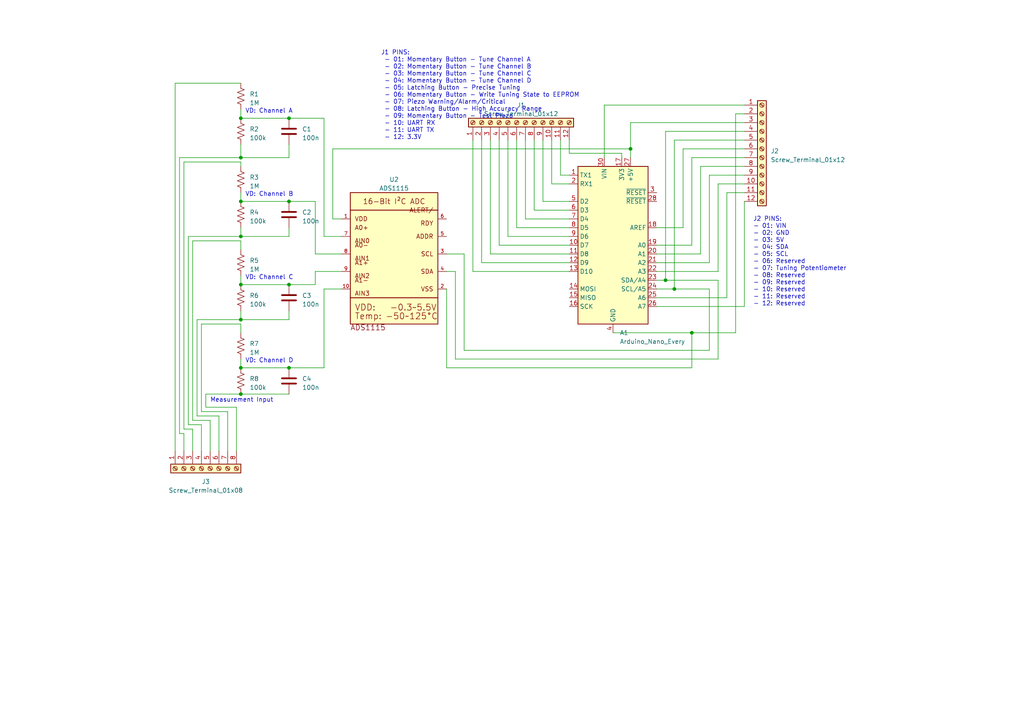
<source format=kicad_sch>
(kicad_sch (version 20230121) (generator eeschema)
  (paper "A4")
  (lib_symbols
    (symbol "ADS1115_1" (pin_names (offset 1.016))
      (property "Reference" "U" (at -12.7024 19.6887 0))
      (property "Value" "ADS1115" (at 0 0 0))
      (symbol "ADS1115_1_0_0"
        (rectangle (start -12.7 -19.05) (end 12.7 19.05) (stroke (width 0.254)) (fill (type background)))
        (polyline (pts (xy -12.7 13.97) (xy 12.7 13.97)) (stroke (width 0.254)))
        (polyline (pts (xy 12.7 -11.43) (xy -12.7 -11.43)) (stroke (width 0.254)))
        (text "-0.3~5.5V" (at -1.2717 -15.2604 0) (effects (font (size 1.7804 1.7804)) (justify left bottom)))
        (text "-50~125°C" (at -2.5418 -17.7925 0) (effects (font (size 1.7793 1.7793)) (justify left bottom)))
        (text "16-Bit I²C ADC" (at 0 16.513 0) (effects (font (size 1.5243 1.5243))))
        (text "A0+" (at -11.4486 8.9045 0) (effects (font (size 1.2721 1.2721)) (justify left)))
        (text "A0-" (at -11.4302 3.8101 0) (effects (font (size 1.27 1.27)) (justify left)))
        (text "A1+" (at -11.4373 -1.2708 0) (effects (font (size 1.2708 1.2708)) (justify left)))
        (text "A1-" (at -11.4484 -6.3603 0) (effects (font (size 1.272 1.272)) (justify left)))
        (text "ADDR" (at 11.4447 6.3582 0) (effects (font (size 1.2716 1.2716)) (justify right)))
        (text "ADS1115" (at -12.7079 -20.9681 0) (effects (font (size 1.525 1.525)) (justify left bottom)))
        (text "AIN0" (at -11.4486 5.0924 0) (effects (font (size 1.2721 1.2721)) (justify left)))
        (text "AIN1" (at -11.4302 0 0) (effects (font (size 1.27 1.27)) (justify left)))
        (text "AIN2" (at -11.4373 -5.0816 0) (effects (font (size 1.2708 1.2708)) (justify left)))
        (text "AIN3" (at -11.4484 -10.1723 0) (effects (font (size 1.272 1.272)) (justify left)))
        (text "ALERT/" (at 11.4389 13.9809 0) (effects (font (size 1.271 1.271)) (justify right)))
        (text "RDY" (at 11.4389 10.1699 0) (effects (font (size 1.271 1.271)) (justify right)))
        (text "SCL" (at 11.4523 1.2725 0) (effects (font (size 1.2725 1.2725)) (justify right)))
        (text "SDA" (at 11.4503 -3.8168 0) (effects (font (size 1.2723 1.2723)) (justify right)))
        (text "Temp:" (at -11.4321 -17.7833 0) (effects (font (size 1.7783 1.7783)) (justify left bottom)))
        (text "VDD" (at -11.4468 11.4468 0) (effects (font (size 1.2719 1.2719)) (justify left)))
        (text "VDD:" (at -11.4341 -15.2454 0) (effects (font (size 1.7786 1.7786)) (justify left bottom)))
        (text "VSS" (at 11.4432 -8.9003 0) (effects (font (size 1.2715 1.2715)) (justify right)))
        (pin bidirectional line (at -15.24 11.43 0) (length 2.54) (name "~") (number "1"))
        (pin bidirectional line (at -15.24 -8.89 0) (length 2.54) (name "~") (number "10"))
        (pin bidirectional line (at 15.24 -8.89 180) (length 2.54) (name "~") (number "2"))
        (pin bidirectional line (at 15.24 1.27 180) (length 2.54) (name "~") (number "3"))
        (pin bidirectional line (at 15.24 -3.81 180) (length 2.54) (name "~") (number "4"))
        (pin bidirectional line (at 15.24 6.35 180) (length 2.54) (name "~") (number "5"))
        (pin bidirectional line (at 15.24 11.43 180) (length 2.54) (name "~") (number "6"))
        (pin bidirectional line (at -15.24 6.35 0) (length 2.54) (name "~") (number "7"))
        (pin bidirectional line (at -15.24 1.27 0) (length 2.54) (name "~") (number "8"))
        (pin bidirectional line (at -15.24 -3.81 0) (length 2.54) (name "~") (number "9"))
      )
    )
    (symbol "Connector:Screw_Terminal_01x08" (pin_names (offset 1.016) hide)
      (property "Reference" "J" (at 0 10.16 0))
      (property "Value" "Screw_Terminal_01x08" (at 0 -12.7 0))
      (symbol "Screw_Terminal_01x08_1_1"
        (rectangle (start -1.27 8.89) (end 1.27 -11.43) (stroke (width 0.254)) (fill (type background)))
        (circle (center 0 -10.16) (radius 0.635) (stroke (width 0.1524)))
        (circle (center 0 -7.62) (radius 0.635) (stroke (width 0.1524)))
        (circle (center 0 -5.08) (radius 0.635) (stroke (width 0.1524)))
        (circle (center 0 -2.54) (radius 0.635) (stroke (width 0.1524)))
        (polyline (pts (xy -0.5334 -9.8298) (xy 0.3302 -10.668)) (stroke (width 0.1524)))
        (polyline (pts (xy -0.5334 -7.2898) (xy 0.3302 -8.128)) (stroke (width 0.1524)))
        (polyline (pts (xy -0.5334 -4.7498) (xy 0.3302 -5.588)) (stroke (width 0.1524)))
        (polyline (pts (xy -0.5334 -2.2098) (xy 0.3302 -3.048)) (stroke (width 0.1524)))
        (polyline (pts (xy -0.5334 0.3302) (xy 0.3302 -0.508)) (stroke (width 0.1524)))
        (polyline (pts (xy -0.5334 2.8702) (xy 0.3302 2.032)) (stroke (width 0.1524)))
        (polyline (pts (xy -0.5334 5.4102) (xy 0.3302 4.572)) (stroke (width 0.1524)))
        (polyline (pts (xy -0.5334 7.9502) (xy 0.3302 7.112)) (stroke (width 0.1524)))
        (polyline (pts (xy -0.3556 -9.652) (xy 0.508 -10.4902)) (stroke (width 0.1524)))
        (polyline (pts (xy -0.3556 -7.112) (xy 0.508 -7.9502)) (stroke (width 0.1524)))
        (polyline (pts (xy -0.3556 -4.572) (xy 0.508 -5.4102)) (stroke (width 0.1524)))
        (polyline (pts (xy -0.3556 -2.032) (xy 0.508 -2.8702)) (stroke (width 0.1524)))
        (polyline (pts (xy -0.3556 0.508) (xy 0.508 -0.3302)) (stroke (width 0.1524)))
        (polyline (pts (xy -0.3556 3.048) (xy 0.508 2.2098)) (stroke (width 0.1524)))
        (polyline (pts (xy -0.3556 5.588) (xy 0.508 4.7498)) (stroke (width 0.1524)))
        (polyline (pts (xy -0.3556 8.128) (xy 0.508 7.2898)) (stroke (width 0.1524)))
        (circle (center 0 0) (radius 0.635) (stroke (width 0.1524)))
        (circle (center 0 2.54) (radius 0.635) (stroke (width 0.1524)))
        (circle (center 0 5.08) (radius 0.635) (stroke (width 0.1524)))
        (circle (center 0 7.62) (radius 0.635) (stroke (width 0.1524)))
        (pin passive line (at -5.08 7.62 0) (length 3.81) (name "Pin_1") (number "1"))
        (pin passive line (at -5.08 5.08 0) (length 3.81) (name "Pin_2") (number "2"))
        (pin passive line (at -5.08 2.54 0) (length 3.81) (name "Pin_3") (number "3"))
        (pin passive line (at -5.08 0 0) (length 3.81) (name "Pin_4") (number "4"))
        (pin passive line (at -5.08 -2.54 0) (length 3.81) (name "Pin_5") (number "5"))
        (pin passive line (at -5.08 -5.08 0) (length 3.81) (name "Pin_6") (number "6"))
        (pin passive line (at -5.08 -7.62 0) (length 3.81) (name "Pin_7") (number "7"))
        (pin passive line (at -5.08 -10.16 0) (length 3.81) (name "Pin_8") (number "8"))
      )
    )
    (symbol "Connector:Screw_Terminal_01x12" (pin_names (offset 1.016) hide)
      (property "Reference" "J" (at 0 15.24 0))
      (property "Value" "Screw_Terminal_01x12" (at 0 -17.78 0))
      (symbol "Screw_Terminal_01x12_1_1"
        (rectangle (start -1.27 13.97) (end 1.27 -16.51) (stroke (width 0.254)) (fill (type background)))
        (circle (center 0 -15.24) (radius 0.635) (stroke (width 0.1524)))
        (circle (center 0 -12.7) (radius 0.635) (stroke (width 0.1524)))
        (circle (center 0 -10.16) (radius 0.635) (stroke (width 0.1524)))
        (circle (center 0 -7.62) (radius 0.635) (stroke (width 0.1524)))
        (circle (center 0 -5.08) (radius 0.635) (stroke (width 0.1524)))
        (circle (center 0 -2.54) (radius 0.635) (stroke (width 0.1524)))
        (polyline (pts (xy -0.5334 -14.9098) (xy 0.3302 -15.748)) (stroke (width 0.1524)))
        (polyline (pts (xy -0.5334 -12.3698) (xy 0.3302 -13.208)) (stroke (width 0.1524)))
        (polyline (pts (xy -0.5334 -9.8298) (xy 0.3302 -10.668)) (stroke (width 0.1524)))
        (polyline (pts (xy -0.5334 -7.2898) (xy 0.3302 -8.128)) (stroke (width 0.1524)))
        (polyline (pts (xy -0.5334 -4.7498) (xy 0.3302 -5.588)) (stroke (width 0.1524)))
        (polyline (pts (xy -0.5334 -2.2098) (xy 0.3302 -3.048)) (stroke (width 0.1524)))
        (polyline (pts (xy -0.5334 0.3302) (xy 0.3302 -0.508)) (stroke (width 0.1524)))
        (polyline (pts (xy -0.5334 2.8702) (xy 0.3302 2.032)) (stroke (width 0.1524)))
        (polyline (pts (xy -0.5334 5.4102) (xy 0.3302 4.572)) (stroke (width 0.1524)))
        (polyline (pts (xy -0.5334 7.9502) (xy 0.3302 7.112)) (stroke (width 0.1524)))
        (polyline (pts (xy -0.5334 10.4902) (xy 0.3302 9.652)) (stroke (width 0.1524)))
        (polyline (pts (xy -0.5334 13.0302) (xy 0.3302 12.192)) (stroke (width 0.1524)))
        (polyline (pts (xy -0.3556 -14.732) (xy 0.508 -15.5702)) (stroke (width 0.1524)))
        (polyline (pts (xy -0.3556 -12.192) (xy 0.508 -13.0302)) (stroke (width 0.1524)))
        (polyline (pts (xy -0.3556 -9.652) (xy 0.508 -10.4902)) (stroke (width 0.1524)))
        (polyline (pts (xy -0.3556 -7.112) (xy 0.508 -7.9502)) (stroke (width 0.1524)))
        (polyline (pts (xy -0.3556 -4.572) (xy 0.508 -5.4102)) (stroke (width 0.1524)))
        (polyline (pts (xy -0.3556 -2.032) (xy 0.508 -2.8702)) (stroke (width 0.1524)))
        (polyline (pts (xy -0.3556 0.508) (xy 0.508 -0.3302)) (stroke (width 0.1524)))
        (polyline (pts (xy -0.3556 3.048) (xy 0.508 2.2098)) (stroke (width 0.1524)))
        (polyline (pts (xy -0.3556 5.588) (xy 0.508 4.7498)) (stroke (width 0.1524)))
        (polyline (pts (xy -0.3556 8.128) (xy 0.508 7.2898)) (stroke (width 0.1524)))
        (polyline (pts (xy -0.3556 10.668) (xy 0.508 9.8298)) (stroke (width 0.1524)))
        (polyline (pts (xy -0.3556 13.208) (xy 0.508 12.3698)) (stroke (width 0.1524)))
        (circle (center 0 0) (radius 0.635) (stroke (width 0.1524)))
        (circle (center 0 2.54) (radius 0.635) (stroke (width 0.1524)))
        (circle (center 0 5.08) (radius 0.635) (stroke (width 0.1524)))
        (circle (center 0 7.62) (radius 0.635) (stroke (width 0.1524)))
        (circle (center 0 10.16) (radius 0.635) (stroke (width 0.1524)))
        (circle (center 0 12.7) (radius 0.635) (stroke (width 0.1524)))
        (pin passive line (at -5.08 12.7 0) (length 3.81) (name "Pin_1") (number "1"))
        (pin passive line (at -5.08 -10.16 0) (length 3.81) (name "Pin_10") (number "10"))
        (pin passive line (at -5.08 -12.7 0) (length 3.81) (name "Pin_11") (number "11"))
        (pin passive line (at -5.08 -15.24 0) (length 3.81) (name "Pin_12") (number "12"))
        (pin passive line (at -5.08 10.16 0) (length 3.81) (name "Pin_2") (number "2"))
        (pin passive line (at -5.08 7.62 0) (length 3.81) (name "Pin_3") (number "3"))
        (pin passive line (at -5.08 5.08 0) (length 3.81) (name "Pin_4") (number "4"))
        (pin passive line (at -5.08 2.54 0) (length 3.81) (name "Pin_5") (number "5"))
        (pin passive line (at -5.08 0 0) (length 3.81) (name "Pin_6") (number "6"))
        (pin passive line (at -5.08 -2.54 0) (length 3.81) (name "Pin_7") (number "7"))
        (pin passive line (at -5.08 -5.08 0) (length 3.81) (name "Pin_8") (number "8"))
        (pin passive line (at -5.08 -7.62 0) (length 3.81) (name "Pin_9") (number "9"))
      )
    )
    (symbol "Device:C" (pin_numbers hide) (pin_names (offset 0.254))
      (property "Reference" "C" (at 0.635 2.54 0))
      (property "Value" "C" (at 0.635 -2.54 0))
      (symbol "C_0_1"
        (polyline (pts (xy -2.032 -0.762) (xy 2.032 -0.762)) (stroke (width 0.508)))
        (polyline (pts (xy -2.032 0.762) (xy 2.032 0.762)) (stroke (width 0.508)))
      )
      (symbol "C_1_1"
        (pin passive line (at 0 3.81 270) (length 2.794) (name "~") (number "1"))
        (pin passive line (at 0 -3.81 90) (length 2.794) (name "~") (number "2"))
      )
    )
    (symbol "Device:R_US" (pin_numbers hide) (pin_names (offset 0))
      (property "Reference" "R" (at 2.54 0 90))
      (property "Value" "R_US" (at -2.54 0 90))
      (symbol "R_US_0_1"
        (polyline (pts (xy 0 -2.286) (xy 0 -2.54)))
        (polyline (pts (xy 0 2.286) (xy 0 2.54)))
        (polyline (pts (xy 0 -0.762) (xy 1.016 -1.143) (xy 0 -1.524) (xy -1.016 -1.905) (xy 0 -2.286)))
        (polyline (pts (xy 0 0.762) (xy 1.016 0.381) (xy 0 0) (xy -1.016 -0.381) (xy 0 -0.762)))
        (polyline (pts (xy 0 2.286) (xy 1.016 1.905) (xy 0 1.524) (xy -1.016 1.143) (xy 0 0.762)))
      )
      (symbol "R_US_1_1"
        (pin passive line (at 0 3.81 270) (length 1.27) (name "~") (number "1"))
        (pin passive line (at 0 -3.81 90) (length 1.27) (name "~") (number "2"))
      )
    )
    (symbol "MCU_Module:Arduino_Nano_Every"
      (property "Reference" "A" (at -10.16 23.495 0))
      (property "Value" "Arduino_Nano_Every" (at 5.08 -24.13 0))
      (symbol "Arduino_Nano_Every_0_1"
        (rectangle (start -10.16 22.86) (end 10.16 -22.86) (stroke (width 0.254)) (fill (type background)))
      )
      (symbol "Arduino_Nano_Every_1_1"
        (pin bidirectional line (at -12.7 20.32 0) (length 2.54) (name "TX1") (number "1"))
        (pin bidirectional line (at -12.7 0 0) (length 2.54) (name "D7") (number "10"))
        (pin bidirectional line (at -12.7 -2.54 0) (length 2.54) (name "D8") (number "11"))
        (pin bidirectional line (at -12.7 -5.08 0) (length 2.54) (name "D9") (number "12"))
        (pin bidirectional line (at -12.7 -7.62 0) (length 2.54) (name "D10") (number "13"))
        (pin bidirectional line (at -12.7 -12.7 0) (length 2.54) (name "MOSI") (number "14"))
        (pin bidirectional line (at -12.7 -15.24 0) (length 2.54) (name "MISO") (number "15"))
        (pin bidirectional line (at -12.7 -17.78 0) (length 2.54) (name "SCK") (number "16"))
        (pin power_out line (at 2.54 25.4 270) (length 2.54) (name "3V3") (number "17"))
        (pin input line (at 12.7 5.08 180) (length 2.54) (name "AREF") (number "18"))
        (pin bidirectional line (at 12.7 0 180) (length 2.54) (name "A0") (number "19"))
        (pin bidirectional line (at -12.7 17.78 0) (length 2.54) (name "RX1") (number "2"))
        (pin bidirectional line (at 12.7 -2.54 180) (length 2.54) (name "A1") (number "20"))
        (pin bidirectional line (at 12.7 -5.08 180) (length 2.54) (name "A2") (number "21"))
        (pin bidirectional line (at 12.7 -7.62 180) (length 2.54) (name "A3") (number "22"))
        (pin bidirectional line (at 12.7 -10.16 180) (length 2.54) (name "SDA/A4") (number "23"))
        (pin bidirectional line (at 12.7 -12.7 180) (length 2.54) (name "SCL/A5") (number "24"))
        (pin bidirectional line (at 12.7 -15.24 180) (length 2.54) (name "A6") (number "25"))
        (pin bidirectional line (at 12.7 -17.78 180) (length 2.54) (name "A7") (number "26"))
        (pin power_out line (at 5.08 25.4 270) (length 2.54) (name "+5V") (number "27"))
        (pin input line (at 12.7 12.7 180) (length 2.54) (name "~{RESET}") (number "28"))
        (pin passive line (at 0 -25.4 90) (length 2.54) hide (name "GND") (number "29"))
        (pin input line (at 12.7 15.24 180) (length 2.54) (name "~{RESET}") (number "3"))
        (pin power_in line (at -2.54 25.4 270) (length 2.54) (name "VIN") (number "30"))
        (pin power_in line (at 0 -25.4 90) (length 2.54) (name "GND") (number "4"))
        (pin bidirectional line (at -12.7 12.7 0) (length 2.54) (name "D2") (number "5"))
        (pin bidirectional line (at -12.7 10.16 0) (length 2.54) (name "D3") (number "6"))
        (pin bidirectional line (at -12.7 7.62 0) (length 2.54) (name "D4") (number "7"))
        (pin bidirectional line (at -12.7 5.08 0) (length 2.54) (name "D5") (number "8"))
        (pin bidirectional line (at -12.7 2.54 0) (length 2.54) (name "D6") (number "9"))
      )
    )
  )
  (junction (at 83.82 58.42))
  (junction (at 83.82 82.55))
  (junction (at 200.66 96.52))
  (junction (at 69.85 68.58))
  (junction (at 69.85 45.72))
  (junction (at 69.85 82.55))
  (junction (at 182.88 43.18))
  (junction (at 83.82 106.68))
  (junction (at 69.85 92.71))
  (junction (at 195.58 83.82))
  (junction (at 69.85 114.3))
  (junction (at 83.82 34.29))
  (junction (at 193.04 81.28))
  (junction (at 69.85 106.68))
  (junction (at 69.85 34.29))
  (junction (at 69.85 58.42))
  (wire (pts (xy 215.9 48.26) (xy 203.2 48.26)))
  (wire (pts (xy 139.7 40.64) (xy 139.7 76.2)))
  (wire (pts (xy 203.2 48.26) (xy 203.2 73.66)))
  (wire (pts (xy 58.42 130.81) (xy 58.42 123.19)))
  (wire (pts (xy 177.8 96.52) (xy 200.66 96.52)))
  (wire (pts (xy 215.9 35.56) (xy 182.88 35.56)))
  (wire (pts (xy 69.85 80.01) (xy 69.85 82.55)))
  (wire (pts (xy 58.42 123.19) (xy 54.61 123.19)))
  (wire (pts (xy 144.78 40.64) (xy 144.78 71.12)))
  (wire (pts (xy 69.85 68.58) (xy 69.85 66.04)))
  (wire (pts (xy 157.48 58.42) (xy 165.1 58.42)))
  (wire (pts (xy 213.36 96.52) (xy 213.36 33.02)))
  (wire (pts (xy 200.66 45.72) (xy 200.66 71.12)))
  (wire (pts (xy 53.34 125.73) (xy 52.07 125.73)))
  (wire (pts (xy 195.58 83.82) (xy 205.74 83.82)))
  (wire (pts (xy 157.48 40.64) (xy 157.48 58.42)))
  (wire (pts (xy 160.02 40.64) (xy 160.02 53.34)))
  (wire (pts (xy 60.96 121.92) (xy 55.88 121.92)))
  (wire (pts (xy 66.04 130.81) (xy 66.04 119.38)))
  (wire (pts (xy 69.85 34.29) (xy 83.82 34.29)))
  (wire (pts (xy 69.85 92.71) (xy 69.85 90.17)))
  (wire (pts (xy 91.44 73.66) (xy 99.06 73.66)))
  (wire (pts (xy 53.34 124.46) (xy 53.34 46.99)))
  (wire (pts (xy 147.32 40.64) (xy 147.32 68.58)))
  (wire (pts (xy 193.04 81.28) (xy 208.28 81.28)))
  (wire (pts (xy 149.86 66.04) (xy 165.1 66.04)))
  (wire (pts (xy 91.44 82.55) (xy 91.44 78.74)))
  (wire (pts (xy 83.82 92.71) (xy 83.82 90.17)))
  (wire (pts (xy 69.85 106.68) (xy 83.82 106.68)))
  (wire (pts (xy 55.88 121.92) (xy 55.88 69.85)))
  (wire (pts (xy 132.08 104.14) (xy 132.08 78.74)))
  (wire (pts (xy 50.8 24.13) (xy 69.85 24.13)))
  (wire (pts (xy 190.5 86.36) (xy 210.82 86.36)))
  (wire (pts (xy 52.07 125.73) (xy 52.07 45.72)))
  (wire (pts (xy 175.26 30.48) (xy 175.26 45.72)))
  (wire (pts (xy 215.9 50.8) (xy 205.74 50.8)))
  (wire (pts (xy 55.88 124.46) (xy 53.34 124.46)))
  (wire (pts (xy 69.85 104.14) (xy 69.85 106.68)))
  (wire (pts (xy 198.12 43.18) (xy 198.12 66.04)))
  (wire (pts (xy 165.1 78.74) (xy 137.16 78.74)))
  (wire (pts (xy 165.1 40.64) (xy 165.1 44.45)))
  (wire (pts (xy 63.5 130.81) (xy 63.5 120.65)))
  (wire (pts (xy 55.88 130.81) (xy 55.88 124.46)))
  (wire (pts (xy 195.58 40.64) (xy 195.58 83.82)))
  (wire (pts (xy 69.85 114.3) (xy 83.82 114.3)))
  (wire (pts (xy 54.61 68.58) (xy 69.85 68.58)))
  (wire (pts (xy 215.9 45.72) (xy 200.66 45.72)))
  (wire (pts (xy 132.08 104.14) (xy 208.28 104.14)))
  (wire (pts (xy 205.74 83.82) (xy 205.74 101.6)))
  (wire (pts (xy 215.9 43.18) (xy 198.12 43.18)))
  (wire (pts (xy 190.5 81.28) (xy 193.04 81.28)))
  (wire (pts (xy 215.9 30.48) (xy 175.26 30.48)))
  (wire (pts (xy 68.58 130.81) (xy 68.58 118.11)))
  (wire (pts (xy 53.34 46.99) (xy 69.85 46.99)))
  (wire (pts (xy 205.74 50.8) (xy 205.74 76.2)))
  (wire (pts (xy 200.66 96.52) (xy 200.66 106.68)))
  (wire (pts (xy 93.98 106.68) (xy 93.98 83.82)))
  (wire (pts (xy 139.7 76.2) (xy 165.1 76.2)))
  (wire (pts (xy 69.85 31.75) (xy 69.85 34.29)))
  (wire (pts (xy 83.82 34.29) (xy 93.98 34.29)))
  (wire (pts (xy 152.4 40.64) (xy 152.4 63.5)))
  (wire (pts (xy 147.32 68.58) (xy 165.1 68.58)))
  (wire (pts (xy 96.52 43.18) (xy 182.88 43.18)))
  (wire (pts (xy 52.07 45.72) (xy 69.85 45.72)))
  (wire (pts (xy 210.82 55.88) (xy 210.82 86.36)))
  (wire (pts (xy 193.04 38.1) (xy 193.04 81.28)))
  (wire (pts (xy 50.8 24.13) (xy 50.8 130.81)))
  (wire (pts (xy 190.5 76.2) (xy 205.74 76.2)))
  (wire (pts (xy 69.85 68.58) (xy 83.82 68.58)))
  (wire (pts (xy 96.52 63.5) (xy 99.06 63.5)))
  (wire (pts (xy 57.15 120.65) (xy 57.15 92.71)))
  (wire (pts (xy 129.54 73.66) (xy 134.62 73.66)))
  (wire (pts (xy 165.1 44.45) (xy 180.34 44.45)))
  (wire (pts (xy 129.54 78.74) (xy 132.08 78.74)))
  (wire (pts (xy 69.85 82.55) (xy 83.82 82.55)))
  (wire (pts (xy 83.82 58.42) (xy 91.44 58.42)))
  (wire (pts (xy 200.66 71.12) (xy 190.5 71.12)))
  (wire (pts (xy 190.5 83.82) (xy 195.58 83.82)))
  (wire (pts (xy 129.54 106.68) (xy 200.66 106.68)))
  (wire (pts (xy 59.69 118.11) (xy 59.69 114.3)))
  (wire (pts (xy 180.34 45.72) (xy 180.34 44.45)))
  (wire (pts (xy 149.86 40.64) (xy 149.86 66.04)))
  (wire (pts (xy 205.74 101.6) (xy 134.62 101.6)))
  (wire (pts (xy 182.88 43.18) (xy 182.88 45.72)))
  (wire (pts (xy 91.44 58.42) (xy 91.44 73.66)))
  (wire (pts (xy 69.85 45.72) (xy 69.85 41.91)))
  (wire (pts (xy 144.78 71.12) (xy 165.1 71.12)))
  (wire (pts (xy 93.98 34.29) (xy 93.98 68.58)))
  (wire (pts (xy 60.96 130.81) (xy 60.96 121.92)))
  (wire (pts (xy 96.52 43.18) (xy 96.52 63.5)))
  (wire (pts (xy 57.15 92.71) (xy 69.85 92.71)))
  (wire (pts (xy 134.62 101.6) (xy 134.62 73.66)))
  (wire (pts (xy 83.82 106.68) (xy 93.98 106.68)))
  (wire (pts (xy 68.58 118.11) (xy 59.69 118.11)))
  (wire (pts (xy 215.9 88.9) (xy 190.5 88.9)))
  (wire (pts (xy 215.9 38.1) (xy 193.04 38.1)))
  (wire (pts (xy 160.02 53.34) (xy 165.1 53.34)))
  (wire (pts (xy 91.44 78.74) (xy 99.06 78.74)))
  (wire (pts (xy 55.88 69.85) (xy 69.85 69.85)))
  (wire (pts (xy 182.88 35.56) (xy 182.88 43.18)))
  (wire (pts (xy 93.98 83.82) (xy 99.06 83.82)))
  (wire (pts (xy 142.24 40.64) (xy 142.24 73.66)))
  (wire (pts (xy 54.61 123.19) (xy 54.61 68.58)))
  (wire (pts (xy 162.56 50.8) (xy 165.1 50.8)))
  (wire (pts (xy 66.04 119.38) (xy 58.42 119.38)))
  (wire (pts (xy 63.5 120.65) (xy 57.15 120.65)))
  (wire (pts (xy 215.9 58.42) (xy 215.9 88.9)))
  (wire (pts (xy 93.98 68.58) (xy 99.06 68.58)))
  (wire (pts (xy 58.42 93.98) (xy 69.85 93.98)))
  (wire (pts (xy 137.16 78.74) (xy 137.16 40.64)))
  (wire (pts (xy 69.85 93.98) (xy 69.85 96.52)))
  (wire (pts (xy 69.85 46.99) (xy 69.85 48.26)))
  (wire (pts (xy 208.28 53.34) (xy 208.28 78.74)))
  (wire (pts (xy 190.5 78.74) (xy 208.28 78.74)))
  (wire (pts (xy 208.28 81.28) (xy 208.28 104.14)))
  (wire (pts (xy 83.82 68.58) (xy 83.82 66.04)))
  (wire (pts (xy 215.9 55.88) (xy 210.82 55.88)))
  (wire (pts (xy 154.94 60.96) (xy 165.1 60.96)))
  (wire (pts (xy 69.85 58.42) (xy 83.82 58.42)))
  (wire (pts (xy 213.36 33.02) (xy 215.9 33.02)))
  (wire (pts (xy 152.4 63.5) (xy 165.1 63.5)))
  (wire (pts (xy 69.85 45.72) (xy 83.82 45.72)))
  (wire (pts (xy 162.56 40.64) (xy 162.56 50.8)))
  (wire (pts (xy 58.42 119.38) (xy 58.42 93.98)))
  (wire (pts (xy 200.66 96.52) (xy 213.36 96.52)))
  (wire (pts (xy 69.85 69.85) (xy 69.85 72.39)))
  (wire (pts (xy 203.2 73.66) (xy 190.5 73.66)))
  (wire (pts (xy 129.54 83.82) (xy 129.54 106.68)))
  (wire (pts (xy 198.12 66.04) (xy 190.5 66.04)))
  (wire (pts (xy 53.34 130.81) (xy 53.34 125.73)))
  (wire (pts (xy 69.85 92.71) (xy 83.82 92.71)))
  (wire (pts (xy 69.85 55.88) (xy 69.85 58.42)))
  (wire (pts (xy 215.9 40.64) (xy 195.58 40.64)))
  (wire (pts (xy 154.94 40.64) (xy 154.94 60.96)))
  (wire (pts (xy 83.82 82.55) (xy 91.44 82.55)))
  (wire (pts (xy 59.69 114.3) (xy 69.85 114.3)))
  (wire (pts (xy 215.9 53.34) (xy 208.28 53.34)))
  (wire (pts (xy 83.82 45.72) (xy 83.82 41.91)))
  (wire (pts (xy 142.24 73.66) (xy 165.1 73.66)))
  (text "Measurement Input" (at 60.96 116.84 0) (effects (font (size 1.27 1.27)) (justify left bottom)))
  (text "VD: Channel D" (at 71.12 105.41 0) (effects (font (size 1.27 1.27)) (justify left bottom)))
  (text "VD: Channel B" (at 71.12 57.15 0) (effects (font (size 1.27 1.27)) (justify left bottom)))
  (text "VD: Channel C" (at 71.12 81.28 0) (effects (font (size 1.27 1.27)) (justify left bottom)))
  (text "VD: Channel A" (at 71.12 33.02 0) (effects (font (size 1.27 1.27)) (justify left bottom)))
  (text "J1 PINS:\n - 01: Momentary Button - Tune Channel A\n - 02: Momentary Button - Tune Channel B\n - 03: Momentary Button - Tune Channel C\n - 04: Momentary Button - Tune Channel D\n - 05: Latching Button - Precise Tuning\n - 06: Momentary Button - Write Tuning State to EEPROM\n - 07: Piezo Warning/Alarm/Critical\n - 08: Latching Button - High Accuracy Range\n - 09: Momentary Button - Test Piezo\n - 10: UART RX\n - 11: UART TX\n - 12: 3.3V" (at 110.49 40.64 0) (effects (font (size 1.27 1.27)) (justify left bottom)))
  (text "J2 PINS:\n- 01: VIN\n- 02: GND\n- 03: 5V\n- 04: SDA\n- 05: SCL\n- 06: Reserved\n- 07: Tuning Potentiometer\n- 08: Reserved\n- 09: Reserved\n- 10: Reserved\n- 11: Reserved\n- 12: Reserved" (at 218.44 88.9 0) (effects (font (size 1.27 1.27)) (justify left bottom)))
  (symbol (lib_id "Device:C") (at 83.82 110.49 0) (unit 1)
    (property "Reference" "C4" (at 87.63 109.855 0) (effects (justify left)))
    (property "Value" "100n" (at 87.63 112.395 0) (effects (justify left)))
    (property "Footprint" "Capacitor_THT:CP_Radial_D5.0mm_P2.50mm" (effects hide))
  )
  (symbol (lib_id "Device:R_US") (at 69.85 110.49 0) (unit 1)
    (property "Reference" "R8" (at 72.39 109.855 0) (effects (justify left)))
    (property "Value" "100k" (at 72.39 112.395 0) (effects (justify left)))
    (property "Footprint" "Resistor_THT:R_Axial_DIN0207_L6.3mm_D2.5mm_P7.62mm_Horizontal" (effects hide))
  )
  (symbol (lib_id "MCU_Module:Arduino_Nano_Every") (at 177.8 71.12 0) (unit 1)
    (property "Reference" "A1" (at 179.7559 96.52 0) (effects (justify left)))
    (property "Value" "Arduino_Nano_Every" (at 179.7559 99.06 0) (effects (justify left)))
    (property "Footprint" "Module:Arduino_Nano_WithMountingHoles" (effects hide))
    (property "Datasheet" "https://content.arduino.cc/assets/NANOEveryV3.0_sch.pdf" (effects hide))
  )
  (symbol (lib_id "Device:C") (at 83.82 38.1 0) (unit 1)
    (property "Reference" "C1" (at 87.63 37.465 0) (effects (justify left)))
    (property "Value" "100n" (at 87.63 40.005 0) (effects (justify left)))
    (property "Footprint" "Capacitor_THT:CP_Radial_D5.0mm_P2.50mm" (effects hide))
  )
  (symbol (lib_id "Connector:Screw_Terminal_01x12") (at 220.98 43.18 0) (unit 1)
    (property "Reference" "J2" (at 223.52 43.815 0) (effects (justify left)))
    (property "Value" "Screw_Terminal_01x12" (at 223.52 46.355 0) (effects (justify left)))
    (property "Footprint" "TerminalBlock_Phoenix:TerminalBlock_Phoenix_MKDS-1,5-12_1x12_P5.00mm_Horizontal" (effects hide))
  )
  (symbol (lib_id "Device:R_US") (at 69.85 76.2 0) (unit 1)
    (property "Reference" "R5" (at 72.39 75.565 0) (effects (justify left)))
    (property "Value" "1M" (at 72.39 78.105 0) (effects (justify left)))
    (property "Footprint" "Resistor_THT:R_Axial_DIN0207_L6.3mm_D2.5mm_P7.62mm_Horizontal" (effects hide))
  )
  (symbol (lib_id "Connector:Screw_Terminal_01x12") (at 149.86 35.56 90) (unit 1)
    (property "Reference" "J1" (at 151.13 30.48 90))
    (property "Value" "Screw_Terminal_01x12" (at 151.13 33.02 90))
    (property "Footprint" "TerminalBlock_Phoenix:TerminalBlock_Phoenix_MKDS-1,5-12_1x12_P5.00mm_Horizontal" (effects hide))
  )
  (symbol (lib_id "Device:C") (at 83.82 62.23 0) (unit 1)
    (property "Reference" "C2" (at 87.63 61.595 0) (effects (justify left)))
    (property "Value" "100n" (at 87.63 64.135 0) (effects (justify left)))
    (property "Footprint" "Capacitor_THT:CP_Radial_D5.0mm_P2.50mm" (effects hide))
  )
  (symbol (lib_id "Device:R_US") (at 69.85 52.07 0) (unit 1)
    (property "Reference" "R3" (at 72.39 51.435 0) (effects (justify left)))
    (property "Value" "1M" (at 72.39 53.975 0) (effects (justify left)))
    (property "Footprint" "Resistor_THT:R_Axial_DIN0207_L6.3mm_D2.5mm_P7.62mm_Horizontal" (effects hide))
  )
  (symbol (lib_id "Device:R_US") (at 69.85 38.1 0) (unit 1)
    (property "Reference" "R2" (at 72.39 37.465 0) (effects (justify left)))
    (property "Value" "100k" (at 72.39 40.005 0) (effects (justify left)))
    (property "Footprint" "Resistor_THT:R_Axial_DIN0207_L6.3mm_D2.5mm_P7.62mm_Horizontal" (effects hide))
  )
  (symbol (lib_name "ADS1115_1") (lib_id "ADS1115:ADS1115") (at 114.3 74.93 0) (unit 1)
    (property "Reference" "U2" (at 114.3 52.07 0))
    (property "Value" "ADS1115" (at 114.3 54.61 0))
    (property "Footprint" "Module:Adafruit_ADS1115" (effects hide))
  )
  (symbol (lib_id "Device:R_US") (at 69.85 62.23 0) (unit 1)
    (property "Reference" "R4" (at 72.39 61.595 0) (effects (justify left)))
    (property "Value" "100k" (at 72.39 64.135 0) (effects (justify left)))
    (property "Footprint" "Resistor_THT:R_Axial_DIN0207_L6.3mm_D2.5mm_P7.62mm_Horizontal" (effects hide))
  )
  (symbol (lib_id "Device:R_US") (at 69.85 27.94 0) (unit 1)
    (property "Reference" "R1" (at 72.39 27.305 0) (effects (justify left)))
    (property "Value" "1M" (at 72.39 29.845 0) (effects (justify left)))
    (property "Footprint" "Resistor_THT:R_Axial_DIN0207_L6.3mm_D2.5mm_P7.62mm_Horizontal" (effects hide))
  )
  (symbol (lib_id "Device:R_US") (at 69.85 86.36 0) (unit 1)
    (property "Reference" "R6" (at 72.39 85.725 0) (effects (justify left)))
    (property "Value" "100k" (at 72.39 88.265 0) (effects (justify left)))
    (property "Footprint" "Resistor_THT:R_Axial_DIN0207_L6.3mm_D2.5mm_P7.62mm_Horizontal" (effects hide))
  )
  (symbol (lib_id "Connector:Screw_Terminal_01x08") (at 58.42 135.89 90) (mirror x) (unit 1)
    (property "Reference" "J3" (at 59.69 139.7 90))
    (property "Value" "Screw_Terminal_01x08" (at 59.69 142.24 90))
    (property "Footprint" "TerminalBlock_Phoenix:TerminalBlock_Phoenix_MKDS-1,5-8_1x08_P5.00mm_Horizontal" (effects hide))
  )
  (symbol (lib_id "Device:C") (at 83.82 86.36 0) (unit 1)
    (property "Reference" "C3" (at 87.63 85.725 0) (effects (justify left)))
    (property "Value" "100n" (at 87.63 88.265 0) (effects (justify left)))
    (property "Footprint" "Capacitor_THT:CP_Radial_D5.0mm_P2.50mm" (effects hide))
  )
  (symbol (lib_id "Device:R_US") (at 69.85 100.33 0) (unit 1)
    (property "Reference" "R7" (at 72.39 99.695 0) (effects (justify left)))
    (property "Value" "1M" (at 72.39 102.235 0) (effects (justify left)))
    (property "Footprint" "Resistor_THT:R_Axial_DIN0207_L6.3mm_D2.5mm_P7.62mm_Horizontal" (effects hide))
  )
)
</source>
